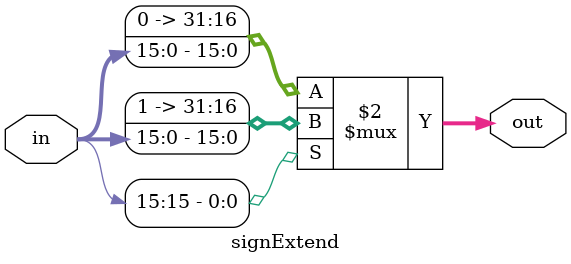
<source format=v>
`include "defines.v"

module signExtend (in, out);
  input [15:0] in;
  output [32-1:0] out;

  assign out = (in[15] == 1) ? {16'b1111111111111111, in} : {16'b0000000000000000, in};
endmodule // signExtend

</source>
